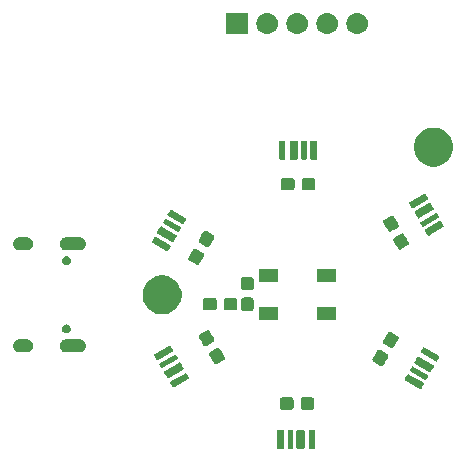
<source format=gbr>
%TF.GenerationSoftware,KiCad,Pcbnew,(5.1.4-0-10_14)*%
%TF.CreationDate,2019-11-29T01:48:41+08:00*%
%TF.ProjectId,z2m_partner,7a326d5f-7061-4727-946e-65722e6b6963,rev?*%
%TF.SameCoordinates,Original*%
%TF.FileFunction,Soldermask,Bot*%
%TF.FilePolarity,Negative*%
%FSLAX46Y46*%
G04 Gerber Fmt 4.6, Leading zero omitted, Abs format (unit mm)*
G04 Created by KiCad (PCBNEW (5.1.4-0-10_14)) date 2019-11-29 01:48:41*
%MOMM*%
%LPD*%
G04 APERTURE LIST*
%ADD10C,0.350000*%
G04 APERTURE END LIST*
D10*
G36*
X186020113Y-114321045D02*
G01*
X186034160Y-114325305D01*
X186047110Y-114332227D01*
X186058459Y-114341541D01*
X186067773Y-114352890D01*
X186074695Y-114365840D01*
X186078955Y-114379887D01*
X186081000Y-114400643D01*
X186081000Y-115839357D01*
X186078955Y-115860113D01*
X186074695Y-115874160D01*
X186067773Y-115887110D01*
X186058459Y-115898459D01*
X186047110Y-115907773D01*
X186034160Y-115914695D01*
X186020113Y-115918955D01*
X185999357Y-115921000D01*
X185610643Y-115921000D01*
X185589887Y-115918955D01*
X185575840Y-115914695D01*
X185562890Y-115907773D01*
X185551541Y-115898459D01*
X185542227Y-115887110D01*
X185535305Y-115874160D01*
X185531045Y-115860113D01*
X185529000Y-115839357D01*
X185529000Y-114400643D01*
X185531045Y-114379887D01*
X185535305Y-114365840D01*
X185542227Y-114352890D01*
X185551541Y-114341541D01*
X185562890Y-114332227D01*
X185575840Y-114325305D01*
X185589887Y-114321045D01*
X185610643Y-114319000D01*
X185999357Y-114319000D01*
X186020113Y-114321045D01*
X186020113Y-114321045D01*
G37*
G36*
X185089928Y-114321764D02*
G01*
X185111009Y-114328160D01*
X185130445Y-114338548D01*
X185147476Y-114352524D01*
X185161452Y-114369555D01*
X185171840Y-114388991D01*
X185178236Y-114410072D01*
X185181000Y-114438140D01*
X185181000Y-115801860D01*
X185178236Y-115829928D01*
X185171840Y-115851009D01*
X185161452Y-115870445D01*
X185147476Y-115887476D01*
X185130445Y-115901452D01*
X185111009Y-115911840D01*
X185089928Y-115918236D01*
X185061860Y-115921000D01*
X184598140Y-115921000D01*
X184570072Y-115918236D01*
X184548991Y-115911840D01*
X184529555Y-115901452D01*
X184512524Y-115887476D01*
X184498548Y-115870445D01*
X184488160Y-115851009D01*
X184481764Y-115829928D01*
X184479000Y-115801860D01*
X184479000Y-114438140D01*
X184481764Y-114410072D01*
X184488160Y-114388991D01*
X184498548Y-114369555D01*
X184512524Y-114352524D01*
X184529555Y-114338548D01*
X184548991Y-114328160D01*
X184570072Y-114321764D01*
X184598140Y-114319000D01*
X185061860Y-114319000D01*
X185089928Y-114321764D01*
X185089928Y-114321764D01*
G37*
G36*
X184140232Y-114320563D02*
G01*
X184149595Y-114323403D01*
X184158224Y-114328016D01*
X184165782Y-114334218D01*
X184171984Y-114341776D01*
X184176597Y-114350405D01*
X184179437Y-114359768D01*
X184181000Y-114375640D01*
X184181000Y-115864360D01*
X184179437Y-115880232D01*
X184176597Y-115889595D01*
X184171984Y-115898224D01*
X184165782Y-115905782D01*
X184158224Y-115911984D01*
X184149595Y-115916597D01*
X184140232Y-115919437D01*
X184124360Y-115921000D01*
X183785640Y-115921000D01*
X183769768Y-115919437D01*
X183760405Y-115916597D01*
X183751776Y-115911984D01*
X183744218Y-115905782D01*
X183738016Y-115898224D01*
X183733403Y-115889595D01*
X183730563Y-115880232D01*
X183729000Y-115864360D01*
X183729000Y-114375640D01*
X183730563Y-114359768D01*
X183733403Y-114350405D01*
X183738016Y-114341776D01*
X183744218Y-114334218D01*
X183751776Y-114328016D01*
X183760405Y-114323403D01*
X183769768Y-114320563D01*
X183785640Y-114319000D01*
X184124360Y-114319000D01*
X184140232Y-114320563D01*
X184140232Y-114320563D01*
G37*
G36*
X183360051Y-114321284D02*
G01*
X183376443Y-114326257D01*
X183391555Y-114334334D01*
X183404798Y-114345202D01*
X183415666Y-114358445D01*
X183423743Y-114373557D01*
X183428716Y-114389949D01*
X183431000Y-114413141D01*
X183431000Y-115826859D01*
X183428716Y-115850051D01*
X183423743Y-115866443D01*
X183415666Y-115881555D01*
X183404798Y-115894798D01*
X183391555Y-115905666D01*
X183376443Y-115913743D01*
X183360051Y-115918716D01*
X183336859Y-115921000D01*
X182923141Y-115921000D01*
X182899949Y-115918716D01*
X182883557Y-115913743D01*
X182868445Y-115905666D01*
X182855202Y-115894798D01*
X182844334Y-115881555D01*
X182836257Y-115866443D01*
X182831284Y-115850051D01*
X182829000Y-115826859D01*
X182829000Y-114413141D01*
X182831284Y-114389949D01*
X182836257Y-114373557D01*
X182844334Y-114358445D01*
X182855202Y-114345202D01*
X182868445Y-114334334D01*
X182883557Y-114326257D01*
X182899949Y-114321284D01*
X182923141Y-114319000D01*
X183336859Y-114319000D01*
X183360051Y-114321284D01*
X183360051Y-114321284D01*
G37*
G36*
X185819499Y-111558445D02*
G01*
X185856995Y-111569820D01*
X185891554Y-111588292D01*
X185921847Y-111613153D01*
X185946708Y-111643446D01*
X185965180Y-111678005D01*
X185976555Y-111715501D01*
X185981000Y-111760638D01*
X185981000Y-112399362D01*
X185976555Y-112444499D01*
X185965180Y-112481995D01*
X185946708Y-112516554D01*
X185921847Y-112546847D01*
X185891554Y-112571708D01*
X185856995Y-112590180D01*
X185819499Y-112601555D01*
X185774362Y-112606000D01*
X185035638Y-112606000D01*
X184990501Y-112601555D01*
X184953005Y-112590180D01*
X184918446Y-112571708D01*
X184888153Y-112546847D01*
X184863292Y-112516554D01*
X184844820Y-112481995D01*
X184833445Y-112444499D01*
X184829000Y-112399362D01*
X184829000Y-111760638D01*
X184833445Y-111715501D01*
X184844820Y-111678005D01*
X184863292Y-111643446D01*
X184888153Y-111613153D01*
X184918446Y-111588292D01*
X184953005Y-111569820D01*
X184990501Y-111558445D01*
X185035638Y-111554000D01*
X185774362Y-111554000D01*
X185819499Y-111558445D01*
X185819499Y-111558445D01*
G37*
G36*
X184069499Y-111558445D02*
G01*
X184106995Y-111569820D01*
X184141554Y-111588292D01*
X184171847Y-111613153D01*
X184196708Y-111643446D01*
X184215180Y-111678005D01*
X184226555Y-111715501D01*
X184231000Y-111760638D01*
X184231000Y-112399362D01*
X184226555Y-112444499D01*
X184215180Y-112481995D01*
X184196708Y-112516554D01*
X184171847Y-112546847D01*
X184141554Y-112571708D01*
X184106995Y-112590180D01*
X184069499Y-112601555D01*
X184024362Y-112606000D01*
X183285638Y-112606000D01*
X183240501Y-112601555D01*
X183203005Y-112590180D01*
X183168446Y-112571708D01*
X183138153Y-112546847D01*
X183113292Y-112516554D01*
X183094820Y-112481995D01*
X183083445Y-112444499D01*
X183079000Y-112399362D01*
X183079000Y-111760638D01*
X183083445Y-111715501D01*
X183094820Y-111678005D01*
X183113292Y-111643446D01*
X183138153Y-111613153D01*
X183168446Y-111588292D01*
X183203005Y-111569820D01*
X183240501Y-111558445D01*
X183285638Y-111554000D01*
X184024362Y-111554000D01*
X184069499Y-111558445D01*
X184069499Y-111558445D01*
G37*
G36*
X193950913Y-109599825D02*
G01*
X193967596Y-109603715D01*
X193988825Y-109613334D01*
X194037630Y-109641511D01*
X194037631Y-109641512D01*
X195164331Y-110292012D01*
X195164334Y-110292014D01*
X195213136Y-110320190D01*
X195232083Y-110333767D01*
X195243792Y-110346269D01*
X195252838Y-110360816D01*
X195258875Y-110376856D01*
X195261665Y-110393757D01*
X195261105Y-110410881D01*
X195257215Y-110427563D01*
X195247596Y-110448791D01*
X195219423Y-110497589D01*
X195219418Y-110497599D01*
X195068918Y-110758273D01*
X195068912Y-110758281D01*
X195040737Y-110807082D01*
X195027165Y-110826021D01*
X195014660Y-110837734D01*
X195000110Y-110846781D01*
X194984074Y-110852817D01*
X194967173Y-110855607D01*
X194950049Y-110855047D01*
X194933366Y-110851157D01*
X194912137Y-110841538D01*
X194809454Y-110782254D01*
X193736631Y-110162860D01*
X193736628Y-110162858D01*
X193687826Y-110134682D01*
X193668879Y-110121105D01*
X193657170Y-110108603D01*
X193648124Y-110094056D01*
X193642087Y-110078016D01*
X193639297Y-110061115D01*
X193639857Y-110043991D01*
X193643747Y-110027309D01*
X193653366Y-110006081D01*
X193681539Y-109957283D01*
X193681544Y-109957273D01*
X193832044Y-109696599D01*
X193832050Y-109696591D01*
X193860225Y-109647790D01*
X193873797Y-109628851D01*
X193886302Y-109617138D01*
X193900852Y-109608091D01*
X193916888Y-109602055D01*
X193933789Y-109599265D01*
X193950913Y-109599825D01*
X193950913Y-109599825D01*
G37*
G36*
X175134454Y-109500451D02*
G01*
X175148193Y-109505622D01*
X175160664Y-109513376D01*
X175171381Y-109523414D01*
X175183524Y-109540359D01*
X175211701Y-109589164D01*
X175211706Y-109589170D01*
X175314258Y-109766796D01*
X175377883Y-109876998D01*
X175386491Y-109895997D01*
X175389825Y-109910296D01*
X175390305Y-109924968D01*
X175387913Y-109939454D01*
X175382742Y-109953193D01*
X175374988Y-109965664D01*
X175364950Y-109976381D01*
X175348005Y-109988524D01*
X175299201Y-110016701D01*
X175299194Y-110016706D01*
X174168215Y-110669677D01*
X174102040Y-110707883D01*
X174083041Y-110716491D01*
X174068742Y-110719825D01*
X174054070Y-110720305D01*
X174039584Y-110717913D01*
X174025845Y-110712742D01*
X174013374Y-110704988D01*
X174002657Y-110694950D01*
X173990514Y-110678005D01*
X173962337Y-110629200D01*
X173962332Y-110629194D01*
X173824332Y-110390170D01*
X173796155Y-110341366D01*
X173787547Y-110322367D01*
X173784213Y-110308068D01*
X173783733Y-110293396D01*
X173786125Y-110278910D01*
X173791296Y-110265171D01*
X173799050Y-110252700D01*
X173809088Y-110241983D01*
X173826033Y-110229840D01*
X173874837Y-110201663D01*
X173874844Y-110201658D01*
X175023194Y-109538658D01*
X175071998Y-109510481D01*
X175090997Y-109501873D01*
X175105296Y-109498539D01*
X175119968Y-109498059D01*
X175134454Y-109500451D01*
X175134454Y-109500451D01*
G37*
G36*
X194307292Y-108936259D02*
G01*
X194316817Y-108938480D01*
X194331349Y-108945064D01*
X195620617Y-109689424D01*
X195633582Y-109698714D01*
X195640265Y-109705850D01*
X195645433Y-109714162D01*
X195648877Y-109723311D01*
X195650471Y-109732969D01*
X195650152Y-109742740D01*
X195647930Y-109752265D01*
X195641346Y-109766796D01*
X195613168Y-109815603D01*
X195613167Y-109815604D01*
X195571978Y-109886946D01*
X195471988Y-110060134D01*
X195462694Y-110073103D01*
X195455561Y-110079784D01*
X195447249Y-110084952D01*
X195438100Y-110088396D01*
X195428442Y-110089990D01*
X195418670Y-110089671D01*
X195409145Y-110087450D01*
X195394613Y-110080866D01*
X194105345Y-109336506D01*
X194092380Y-109327216D01*
X194085697Y-109320080D01*
X194080529Y-109311768D01*
X194077085Y-109302619D01*
X194075491Y-109292961D01*
X194075810Y-109283190D01*
X194078032Y-109273665D01*
X194084616Y-109259134D01*
X194253974Y-108965796D01*
X194263268Y-108952827D01*
X194270401Y-108946146D01*
X194278713Y-108940978D01*
X194287862Y-108937534D01*
X194297520Y-108935940D01*
X194307292Y-108936259D01*
X194307292Y-108936259D01*
G37*
G36*
X174605431Y-108606128D02*
G01*
X174626058Y-108613891D01*
X174644764Y-108625523D01*
X174660848Y-108640588D01*
X174677275Y-108663511D01*
X174909132Y-109065099D01*
X174920775Y-109090797D01*
X174925778Y-109112251D01*
X174926498Y-109134274D01*
X174922910Y-109156009D01*
X174915147Y-109176636D01*
X174903515Y-109195342D01*
X174888450Y-109211426D01*
X174865527Y-109227853D01*
X173684517Y-109909710D01*
X173658819Y-109921353D01*
X173637365Y-109926356D01*
X173615342Y-109927076D01*
X173593607Y-109923488D01*
X173572980Y-109915725D01*
X173554274Y-109904093D01*
X173538190Y-109889028D01*
X173521763Y-109866105D01*
X173289906Y-109464517D01*
X173278263Y-109438819D01*
X173273260Y-109417365D01*
X173272540Y-109395342D01*
X173276128Y-109373607D01*
X173283891Y-109352980D01*
X173295523Y-109334274D01*
X173310588Y-109318190D01*
X173333511Y-109301763D01*
X174514521Y-108619906D01*
X174540219Y-108608263D01*
X174561673Y-108603260D01*
X174583696Y-108602540D01*
X174605431Y-108606128D01*
X174605431Y-108606128D01*
G37*
G36*
X194838327Y-108093644D02*
G01*
X194859781Y-108098647D01*
X194885479Y-108110290D01*
X196066489Y-108792147D01*
X196089412Y-108808574D01*
X196104477Y-108824658D01*
X196116109Y-108843364D01*
X196123872Y-108863991D01*
X196127460Y-108885726D01*
X196126740Y-108907749D01*
X196121737Y-108929203D01*
X196110094Y-108954901D01*
X195878237Y-109356489D01*
X195861810Y-109379412D01*
X195845726Y-109394477D01*
X195827020Y-109406109D01*
X195806393Y-109413872D01*
X195784658Y-109417460D01*
X195762635Y-109416740D01*
X195741181Y-109411737D01*
X195715483Y-109400094D01*
X194534473Y-108718237D01*
X194511550Y-108701810D01*
X194496485Y-108685726D01*
X194484853Y-108667020D01*
X194477090Y-108646393D01*
X194473502Y-108624658D01*
X194474222Y-108602635D01*
X194479225Y-108581181D01*
X194490868Y-108555483D01*
X194722725Y-108153895D01*
X194739152Y-108130972D01*
X194755236Y-108115907D01*
X194773942Y-108104275D01*
X194794569Y-108096512D01*
X194816304Y-108092924D01*
X194838327Y-108093644D01*
X194838327Y-108093644D01*
G37*
G36*
X174237138Y-107931604D02*
G01*
X174246287Y-107935048D01*
X174254599Y-107940216D01*
X174261732Y-107946897D01*
X174271026Y-107959866D01*
X174440383Y-108253201D01*
X174446969Y-108267737D01*
X174449190Y-108277259D01*
X174449509Y-108287031D01*
X174447915Y-108296689D01*
X174444471Y-108305838D01*
X174439303Y-108314150D01*
X174432620Y-108321286D01*
X174419655Y-108330576D01*
X173130392Y-109074933D01*
X173115853Y-109081520D01*
X173106329Y-109083741D01*
X173096558Y-109084060D01*
X173086900Y-109082466D01*
X173077751Y-109079022D01*
X173069439Y-109073854D01*
X173062306Y-109067173D01*
X173053012Y-109054204D01*
X172883655Y-108760869D01*
X172877069Y-108746333D01*
X172874848Y-108736811D01*
X172874529Y-108727039D01*
X172876123Y-108717381D01*
X172879567Y-108708232D01*
X172884735Y-108699920D01*
X172891418Y-108692784D01*
X172904383Y-108683494D01*
X174193646Y-107939137D01*
X174208185Y-107932550D01*
X174217709Y-107930329D01*
X174227480Y-107930010D01*
X174237138Y-107931604D01*
X174237138Y-107931604D01*
G37*
G36*
X191518450Y-107513644D02*
G01*
X191556614Y-107522542D01*
X191597927Y-107541261D01*
X192151074Y-107860621D01*
X192187940Y-107887039D01*
X192214729Y-107915641D01*
X192235421Y-107948917D01*
X192249226Y-107985595D01*
X192255608Y-108024253D01*
X192254326Y-108063420D01*
X192245428Y-108101584D01*
X192226707Y-108142901D01*
X192198532Y-108191702D01*
X192198530Y-108191706D01*
X192083380Y-108391152D01*
X191857352Y-108782645D01*
X191830932Y-108819513D01*
X191802327Y-108846305D01*
X191769055Y-108866995D01*
X191732380Y-108880798D01*
X191693713Y-108887182D01*
X191654550Y-108885900D01*
X191616386Y-108877002D01*
X191575073Y-108858283D01*
X191021926Y-108538923D01*
X190985060Y-108512505D01*
X190958271Y-108483903D01*
X190937579Y-108450627D01*
X190923774Y-108413949D01*
X190917392Y-108375291D01*
X190918674Y-108336124D01*
X190927572Y-108297960D01*
X190946293Y-108256643D01*
X190976458Y-108204396D01*
X191128982Y-107940216D01*
X191315648Y-107616899D01*
X191342068Y-107580031D01*
X191370673Y-107553239D01*
X191403945Y-107532549D01*
X191440620Y-107518746D01*
X191479287Y-107512362D01*
X191518450Y-107513644D01*
X191518450Y-107513644D01*
G37*
G36*
X177889375Y-107391744D02*
G01*
X177926053Y-107405549D01*
X177959329Y-107426241D01*
X177987931Y-107453030D01*
X178014353Y-107489901D01*
X178167309Y-107754829D01*
X178345474Y-108063420D01*
X178383707Y-108129643D01*
X178402428Y-108170960D01*
X178411326Y-108209124D01*
X178412608Y-108248287D01*
X178406224Y-108286954D01*
X178392421Y-108323629D01*
X178371731Y-108356901D01*
X178344942Y-108385503D01*
X178308069Y-108411926D01*
X177754927Y-108731283D01*
X177713614Y-108750002D01*
X177675450Y-108758900D01*
X177636283Y-108760182D01*
X177597625Y-108753800D01*
X177560947Y-108739995D01*
X177527671Y-108719303D01*
X177499069Y-108692514D01*
X177472647Y-108655643D01*
X177236225Y-108246147D01*
X177131470Y-108064706D01*
X177131468Y-108064702D01*
X177103293Y-108015901D01*
X177084572Y-107974584D01*
X177075674Y-107936420D01*
X177074392Y-107897257D01*
X177080776Y-107858590D01*
X177094579Y-107821915D01*
X177115269Y-107788643D01*
X177142058Y-107760041D01*
X177178931Y-107733618D01*
X177732073Y-107414261D01*
X177773386Y-107395542D01*
X177811550Y-107386644D01*
X177850717Y-107385362D01*
X177889375Y-107391744D01*
X177889375Y-107391744D01*
G37*
G36*
X195269704Y-107300175D02*
G01*
X195284003Y-107303509D01*
X195303002Y-107312117D01*
X195351806Y-107340294D01*
X196500156Y-108003294D01*
X196500163Y-108003299D01*
X196548967Y-108031476D01*
X196565912Y-108043619D01*
X196575950Y-108054336D01*
X196583704Y-108066807D01*
X196588875Y-108080546D01*
X196591267Y-108095032D01*
X196590787Y-108109704D01*
X196587453Y-108124003D01*
X196578845Y-108143002D01*
X196550668Y-108191806D01*
X196412668Y-108430830D01*
X196412663Y-108430836D01*
X196384486Y-108479641D01*
X196372343Y-108496586D01*
X196361626Y-108506624D01*
X196349155Y-108514378D01*
X196335416Y-108519549D01*
X196320930Y-108521941D01*
X196306258Y-108521461D01*
X196291959Y-108518127D01*
X196272960Y-108509519D01*
X196206785Y-108471313D01*
X195075806Y-107818342D01*
X195075799Y-107818337D01*
X195026995Y-107790160D01*
X195010050Y-107778017D01*
X195000012Y-107767300D01*
X194992258Y-107754829D01*
X194987087Y-107741090D01*
X194984695Y-107726604D01*
X194985175Y-107711932D01*
X194988509Y-107697633D01*
X194997117Y-107678634D01*
X195032760Y-107616899D01*
X195163294Y-107390806D01*
X195163299Y-107390800D01*
X195191476Y-107341995D01*
X195203619Y-107325050D01*
X195214336Y-107315012D01*
X195226807Y-107307258D01*
X195240546Y-107302087D01*
X195255032Y-107299695D01*
X195269704Y-107300175D01*
X195269704Y-107300175D01*
G37*
G36*
X173783112Y-107167183D02*
G01*
X173799152Y-107173220D01*
X173813699Y-107182266D01*
X173826201Y-107193976D01*
X173839775Y-107212918D01*
X173867950Y-107261719D01*
X173867956Y-107261727D01*
X174018456Y-107522401D01*
X174018461Y-107522411D01*
X174046634Y-107571209D01*
X174056253Y-107592437D01*
X174060143Y-107609119D01*
X174060703Y-107626243D01*
X174057913Y-107643144D01*
X174051877Y-107659180D01*
X174042830Y-107673730D01*
X174031118Y-107686235D01*
X174012174Y-107699810D01*
X173963372Y-107727986D01*
X173963369Y-107727988D01*
X172893193Y-108345854D01*
X172787863Y-108406666D01*
X172766634Y-108416285D01*
X172749951Y-108420175D01*
X172732827Y-108420735D01*
X172715926Y-108417945D01*
X172699886Y-108411908D01*
X172685339Y-108402862D01*
X172672837Y-108391152D01*
X172659263Y-108372210D01*
X172631088Y-108323409D01*
X172631082Y-108323401D01*
X172480582Y-108062727D01*
X172480577Y-108062717D01*
X172452404Y-108013919D01*
X172442785Y-107992691D01*
X172438895Y-107976009D01*
X172438335Y-107958885D01*
X172441125Y-107941984D01*
X172447161Y-107925948D01*
X172456208Y-107911398D01*
X172467920Y-107898893D01*
X172486864Y-107885318D01*
X172535666Y-107857142D01*
X172535669Y-107857140D01*
X173662369Y-107206640D01*
X173662370Y-107206639D01*
X173711175Y-107178462D01*
X173732404Y-107168843D01*
X173749087Y-107164953D01*
X173766211Y-107164393D01*
X173783112Y-107167183D01*
X173783112Y-107167183D01*
G37*
G36*
X161758015Y-106646973D02*
G01*
X161861879Y-106678479D01*
X161889055Y-106693005D01*
X161957600Y-106729643D01*
X162041501Y-106798499D01*
X162110357Y-106882400D01*
X162146995Y-106950945D01*
X162161521Y-106978121D01*
X162193027Y-107081985D01*
X162203666Y-107190000D01*
X162193027Y-107298015D01*
X162161521Y-107401879D01*
X162153883Y-107416168D01*
X162110357Y-107497600D01*
X162041501Y-107581501D01*
X161957600Y-107650357D01*
X161904697Y-107678634D01*
X161861879Y-107701521D01*
X161758015Y-107733027D01*
X161677067Y-107741000D01*
X161022933Y-107741000D01*
X160941985Y-107733027D01*
X160838121Y-107701521D01*
X160795303Y-107678634D01*
X160742400Y-107650357D01*
X160658499Y-107581501D01*
X160589643Y-107497600D01*
X160546117Y-107416168D01*
X160538479Y-107401879D01*
X160506973Y-107298015D01*
X160496334Y-107190000D01*
X160506973Y-107081985D01*
X160538479Y-106978121D01*
X160553005Y-106950945D01*
X160589643Y-106882400D01*
X160658499Y-106798499D01*
X160742400Y-106729643D01*
X160810945Y-106693005D01*
X160838121Y-106678479D01*
X160941985Y-106646973D01*
X161022933Y-106639000D01*
X161677067Y-106639000D01*
X161758015Y-106646973D01*
X161758015Y-106646973D01*
G37*
G36*
X166188015Y-106646973D02*
G01*
X166291879Y-106678479D01*
X166319055Y-106693005D01*
X166387600Y-106729643D01*
X166471501Y-106798499D01*
X166540357Y-106882400D01*
X166576995Y-106950945D01*
X166591521Y-106978121D01*
X166623027Y-107081985D01*
X166633666Y-107190000D01*
X166623027Y-107298015D01*
X166591521Y-107401879D01*
X166583883Y-107416168D01*
X166540357Y-107497600D01*
X166471501Y-107581501D01*
X166387600Y-107650357D01*
X166334697Y-107678634D01*
X166291879Y-107701521D01*
X166188015Y-107733027D01*
X166107067Y-107741000D01*
X164952933Y-107741000D01*
X164871985Y-107733027D01*
X164768121Y-107701521D01*
X164725303Y-107678634D01*
X164672400Y-107650357D01*
X164588499Y-107581501D01*
X164519643Y-107497600D01*
X164476117Y-107416168D01*
X164468479Y-107401879D01*
X164436973Y-107298015D01*
X164426334Y-107190000D01*
X164436973Y-107081985D01*
X164468479Y-106978121D01*
X164483005Y-106950945D01*
X164519643Y-106882400D01*
X164588499Y-106798499D01*
X164672400Y-106729643D01*
X164740945Y-106693005D01*
X164768121Y-106678479D01*
X164871985Y-106646973D01*
X164952933Y-106639000D01*
X166107067Y-106639000D01*
X166188015Y-106646973D01*
X166188015Y-106646973D01*
G37*
G36*
X192393450Y-105998100D02*
G01*
X192431614Y-106006998D01*
X192472927Y-106025717D01*
X193026074Y-106345077D01*
X193062940Y-106371495D01*
X193089729Y-106400097D01*
X193110421Y-106433373D01*
X193124226Y-106470051D01*
X193130608Y-106508709D01*
X193129326Y-106547876D01*
X193120428Y-106586040D01*
X193101707Y-106627357D01*
X193073532Y-106676158D01*
X193073530Y-106676162D01*
X192990150Y-106820580D01*
X192732352Y-107267101D01*
X192705932Y-107303969D01*
X192677327Y-107330761D01*
X192644055Y-107351451D01*
X192607380Y-107365254D01*
X192568713Y-107371638D01*
X192529550Y-107370356D01*
X192491386Y-107361458D01*
X192450073Y-107342739D01*
X191896926Y-107023379D01*
X191860060Y-106996961D01*
X191833271Y-106968359D01*
X191812579Y-106935083D01*
X191798774Y-106898405D01*
X191792392Y-106859747D01*
X191793674Y-106820580D01*
X191802572Y-106782416D01*
X191821293Y-106741099D01*
X191857447Y-106678479D01*
X192051108Y-106343046D01*
X192190648Y-106101355D01*
X192217068Y-106064487D01*
X192245673Y-106037695D01*
X192278945Y-106017005D01*
X192315620Y-106003202D01*
X192354287Y-105996818D01*
X192393450Y-105998100D01*
X192393450Y-105998100D01*
G37*
G36*
X177014375Y-105876200D02*
G01*
X177051053Y-105890005D01*
X177084329Y-105910697D01*
X177112931Y-105937486D01*
X177139353Y-105974357D01*
X177281133Y-106219928D01*
X177470474Y-106547876D01*
X177508707Y-106614099D01*
X177527428Y-106655416D01*
X177536326Y-106693580D01*
X177537608Y-106732743D01*
X177531224Y-106771410D01*
X177517421Y-106808085D01*
X177496731Y-106841357D01*
X177469942Y-106869959D01*
X177433069Y-106896382D01*
X176879927Y-107215739D01*
X176838614Y-107234458D01*
X176800450Y-107243356D01*
X176761283Y-107244638D01*
X176722625Y-107238256D01*
X176685947Y-107224451D01*
X176652671Y-107203759D01*
X176624069Y-107176970D01*
X176597647Y-107140099D01*
X176360671Y-106729643D01*
X176256470Y-106549162D01*
X176256468Y-106549158D01*
X176228293Y-106500357D01*
X176209572Y-106459040D01*
X176200674Y-106420876D01*
X176199392Y-106381713D01*
X176205776Y-106343046D01*
X176219579Y-106306371D01*
X176240269Y-106273099D01*
X176267058Y-106244497D01*
X176303931Y-106218074D01*
X176857073Y-105898717D01*
X176898386Y-105879998D01*
X176936550Y-105871100D01*
X176975717Y-105869818D01*
X177014375Y-105876200D01*
X177014375Y-105876200D01*
G37*
G36*
X165109672Y-105398449D02*
G01*
X165109674Y-105398450D01*
X165109675Y-105398450D01*
X165178103Y-105426793D01*
X165239686Y-105467942D01*
X165292058Y-105520314D01*
X165333207Y-105581897D01*
X165361550Y-105650325D01*
X165376000Y-105722967D01*
X165376000Y-105797033D01*
X165361550Y-105869675D01*
X165333207Y-105938103D01*
X165292058Y-105999686D01*
X165239686Y-106052058D01*
X165178103Y-106093207D01*
X165109675Y-106121550D01*
X165109674Y-106121550D01*
X165109672Y-106121551D01*
X165037034Y-106136000D01*
X164962966Y-106136000D01*
X164890328Y-106121551D01*
X164890326Y-106121550D01*
X164890325Y-106121550D01*
X164821897Y-106093207D01*
X164760314Y-106052058D01*
X164707942Y-105999686D01*
X164666793Y-105938103D01*
X164638450Y-105869675D01*
X164624000Y-105797033D01*
X164624000Y-105722967D01*
X164638450Y-105650325D01*
X164666793Y-105581897D01*
X164707942Y-105520314D01*
X164760314Y-105467942D01*
X164821897Y-105426793D01*
X164890325Y-105398450D01*
X164890326Y-105398450D01*
X164890328Y-105398449D01*
X164962966Y-105384000D01*
X165037034Y-105384000D01*
X165109672Y-105398449D01*
X165109672Y-105398449D01*
G37*
G36*
X182901000Y-105021000D02*
G01*
X181299000Y-105021000D01*
X181299000Y-103919000D01*
X182901000Y-103919000D01*
X182901000Y-105021000D01*
X182901000Y-105021000D01*
G37*
G36*
X187801000Y-105021000D02*
G01*
X186199000Y-105021000D01*
X186199000Y-103919000D01*
X187801000Y-103919000D01*
X187801000Y-105021000D01*
X187801000Y-105021000D01*
G37*
G36*
X173475256Y-101271298D02*
G01*
X173581579Y-101292447D01*
X173882042Y-101416903D01*
X174152451Y-101597585D01*
X174382415Y-101827549D01*
X174563097Y-102097958D01*
X174663147Y-102339499D01*
X174687553Y-102398422D01*
X174751000Y-102717389D01*
X174751000Y-103042611D01*
X174735801Y-103119020D01*
X174687553Y-103361579D01*
X174563097Y-103662042D01*
X174382415Y-103932451D01*
X174152451Y-104162415D01*
X173882042Y-104343097D01*
X173581579Y-104467553D01*
X173475256Y-104488702D01*
X173262611Y-104531000D01*
X172937389Y-104531000D01*
X172724744Y-104488702D01*
X172618421Y-104467553D01*
X172317958Y-104343097D01*
X172047549Y-104162415D01*
X171817585Y-103932451D01*
X171636903Y-103662042D01*
X171512447Y-103361579D01*
X171464199Y-103119020D01*
X171449000Y-103042611D01*
X171449000Y-102717389D01*
X171512447Y-102398422D01*
X171536854Y-102339499D01*
X171636903Y-102097958D01*
X171817585Y-101827549D01*
X172047549Y-101597585D01*
X172317958Y-101416903D01*
X172618421Y-101292447D01*
X172724744Y-101271298D01*
X172937389Y-101229000D01*
X173262611Y-101229000D01*
X173475256Y-101271298D01*
X173475256Y-101271298D01*
G37*
G36*
X180684499Y-103103445D02*
G01*
X180721995Y-103114820D01*
X180756554Y-103133292D01*
X180786847Y-103158153D01*
X180811708Y-103188446D01*
X180830180Y-103223005D01*
X180841555Y-103260501D01*
X180846000Y-103305638D01*
X180846000Y-104044362D01*
X180841555Y-104089499D01*
X180830180Y-104126995D01*
X180811708Y-104161554D01*
X180786847Y-104191847D01*
X180756554Y-104216708D01*
X180721995Y-104235180D01*
X180684499Y-104246555D01*
X180639362Y-104251000D01*
X180000638Y-104251000D01*
X179955501Y-104246555D01*
X179918005Y-104235180D01*
X179883446Y-104216708D01*
X179853153Y-104191847D01*
X179828292Y-104161554D01*
X179809820Y-104126995D01*
X179798445Y-104089499D01*
X179794000Y-104044362D01*
X179794000Y-103305638D01*
X179798445Y-103260501D01*
X179809820Y-103223005D01*
X179828292Y-103188446D01*
X179853153Y-103158153D01*
X179883446Y-103133292D01*
X179918005Y-103114820D01*
X179955501Y-103103445D01*
X180000638Y-103099000D01*
X180639362Y-103099000D01*
X180684499Y-103103445D01*
X180684499Y-103103445D01*
G37*
G36*
X177564499Y-103148445D02*
G01*
X177601995Y-103159820D01*
X177636554Y-103178292D01*
X177666847Y-103203153D01*
X177691708Y-103233446D01*
X177710180Y-103268005D01*
X177721555Y-103305501D01*
X177726000Y-103350638D01*
X177726000Y-103989362D01*
X177721555Y-104034499D01*
X177710180Y-104071995D01*
X177691708Y-104106554D01*
X177666847Y-104136847D01*
X177636554Y-104161708D01*
X177601995Y-104180180D01*
X177564499Y-104191555D01*
X177519362Y-104196000D01*
X176780638Y-104196000D01*
X176735501Y-104191555D01*
X176698005Y-104180180D01*
X176663446Y-104161708D01*
X176633153Y-104136847D01*
X176608292Y-104106554D01*
X176589820Y-104071995D01*
X176578445Y-104034499D01*
X176574000Y-103989362D01*
X176574000Y-103350638D01*
X176578445Y-103305501D01*
X176589820Y-103268005D01*
X176608292Y-103233446D01*
X176633153Y-103203153D01*
X176663446Y-103178292D01*
X176698005Y-103159820D01*
X176735501Y-103148445D01*
X176780638Y-103144000D01*
X177519362Y-103144000D01*
X177564499Y-103148445D01*
X177564499Y-103148445D01*
G37*
G36*
X179314499Y-103148445D02*
G01*
X179351995Y-103159820D01*
X179386554Y-103178292D01*
X179416847Y-103203153D01*
X179441708Y-103233446D01*
X179460180Y-103268005D01*
X179471555Y-103305501D01*
X179476000Y-103350638D01*
X179476000Y-103989362D01*
X179471555Y-104034499D01*
X179460180Y-104071995D01*
X179441708Y-104106554D01*
X179416847Y-104136847D01*
X179386554Y-104161708D01*
X179351995Y-104180180D01*
X179314499Y-104191555D01*
X179269362Y-104196000D01*
X178530638Y-104196000D01*
X178485501Y-104191555D01*
X178448005Y-104180180D01*
X178413446Y-104161708D01*
X178383153Y-104136847D01*
X178358292Y-104106554D01*
X178339820Y-104071995D01*
X178328445Y-104034499D01*
X178324000Y-103989362D01*
X178324000Y-103350638D01*
X178328445Y-103305501D01*
X178339820Y-103268005D01*
X178358292Y-103233446D01*
X178383153Y-103203153D01*
X178413446Y-103178292D01*
X178448005Y-103159820D01*
X178485501Y-103148445D01*
X178530638Y-103144000D01*
X179269362Y-103144000D01*
X179314499Y-103148445D01*
X179314499Y-103148445D01*
G37*
G36*
X180684499Y-101353445D02*
G01*
X180721995Y-101364820D01*
X180756554Y-101383292D01*
X180786847Y-101408153D01*
X180811708Y-101438446D01*
X180830180Y-101473005D01*
X180841555Y-101510501D01*
X180846000Y-101555638D01*
X180846000Y-102294362D01*
X180841555Y-102339499D01*
X180830180Y-102376995D01*
X180811708Y-102411554D01*
X180786847Y-102441847D01*
X180756554Y-102466708D01*
X180721995Y-102485180D01*
X180684499Y-102496555D01*
X180639362Y-102501000D01*
X180000638Y-102501000D01*
X179955501Y-102496555D01*
X179918005Y-102485180D01*
X179883446Y-102466708D01*
X179853153Y-102441847D01*
X179828292Y-102411554D01*
X179809820Y-102376995D01*
X179798445Y-102339499D01*
X179794000Y-102294362D01*
X179794000Y-101555638D01*
X179798445Y-101510501D01*
X179809820Y-101473005D01*
X179828292Y-101438446D01*
X179853153Y-101408153D01*
X179883446Y-101383292D01*
X179918005Y-101364820D01*
X179955501Y-101353445D01*
X180000638Y-101349000D01*
X180639362Y-101349000D01*
X180684499Y-101353445D01*
X180684499Y-101353445D01*
G37*
G36*
X187801000Y-101821000D02*
G01*
X186199000Y-101821000D01*
X186199000Y-100719000D01*
X187801000Y-100719000D01*
X187801000Y-101821000D01*
X187801000Y-101821000D01*
G37*
G36*
X182901000Y-101821000D02*
G01*
X181299000Y-101821000D01*
X181299000Y-100719000D01*
X182901000Y-100719000D01*
X182901000Y-101821000D01*
X182901000Y-101821000D01*
G37*
G36*
X165109672Y-99618449D02*
G01*
X165109674Y-99618450D01*
X165109675Y-99618450D01*
X165178103Y-99646793D01*
X165239686Y-99687942D01*
X165292058Y-99740314D01*
X165333207Y-99801897D01*
X165361550Y-99870325D01*
X165376000Y-99942967D01*
X165376000Y-100017033D01*
X165361550Y-100089675D01*
X165333207Y-100158103D01*
X165292058Y-100219686D01*
X165239686Y-100272058D01*
X165178103Y-100313207D01*
X165109675Y-100341550D01*
X165109674Y-100341550D01*
X165109672Y-100341551D01*
X165037034Y-100356000D01*
X164962966Y-100356000D01*
X164890328Y-100341551D01*
X164890326Y-100341550D01*
X164890325Y-100341550D01*
X164821897Y-100313207D01*
X164760314Y-100272058D01*
X164707942Y-100219686D01*
X164666793Y-100158103D01*
X164638450Y-100089675D01*
X164624000Y-100017033D01*
X164624000Y-99942967D01*
X164638450Y-99870325D01*
X164666793Y-99801897D01*
X164707942Y-99740314D01*
X164760314Y-99687942D01*
X164821897Y-99646793D01*
X164890325Y-99618450D01*
X164890326Y-99618450D01*
X164890328Y-99618449D01*
X164962966Y-99604000D01*
X165037034Y-99604000D01*
X165109672Y-99618449D01*
X165109672Y-99618449D01*
G37*
G36*
X175924450Y-98961644D02*
G01*
X175962614Y-98970542D01*
X176003927Y-98989261D01*
X176557074Y-99308621D01*
X176593940Y-99335039D01*
X176620729Y-99363641D01*
X176641421Y-99396917D01*
X176655226Y-99433595D01*
X176661608Y-99472253D01*
X176660326Y-99511420D01*
X176651428Y-99549584D01*
X176632707Y-99590901D01*
X176604532Y-99639702D01*
X176604530Y-99639706D01*
X176546444Y-99740314D01*
X176263352Y-100230645D01*
X176236932Y-100267513D01*
X176208327Y-100294305D01*
X176175055Y-100314995D01*
X176138380Y-100328798D01*
X176099713Y-100335182D01*
X176060550Y-100333900D01*
X176022386Y-100325002D01*
X175981073Y-100306283D01*
X175427926Y-99986923D01*
X175391060Y-99960505D01*
X175364271Y-99931903D01*
X175343579Y-99898627D01*
X175329774Y-99861949D01*
X175323392Y-99823291D01*
X175324674Y-99784124D01*
X175333572Y-99745960D01*
X175352293Y-99704643D01*
X175385693Y-99646793D01*
X175580936Y-99308621D01*
X175721648Y-99064899D01*
X175748068Y-99028031D01*
X175776673Y-99001239D01*
X175809945Y-98980549D01*
X175846620Y-98966746D01*
X175885287Y-98960362D01*
X175924450Y-98961644D01*
X175924450Y-98961644D01*
G37*
G36*
X172503742Y-97978539D02*
G01*
X172518041Y-97981873D01*
X172537040Y-97990481D01*
X172585844Y-98018658D01*
X173734194Y-98681658D01*
X173734201Y-98681663D01*
X173783005Y-98709840D01*
X173799950Y-98721983D01*
X173809988Y-98732700D01*
X173817742Y-98745171D01*
X173822913Y-98758910D01*
X173825305Y-98773396D01*
X173824825Y-98788068D01*
X173821491Y-98802367D01*
X173812883Y-98821366D01*
X173784706Y-98870170D01*
X173646706Y-99109194D01*
X173646701Y-99109200D01*
X173618524Y-99158005D01*
X173606381Y-99174950D01*
X173595664Y-99184988D01*
X173583193Y-99192742D01*
X173569454Y-99197913D01*
X173554968Y-99200305D01*
X173540296Y-99199825D01*
X173525997Y-99196491D01*
X173506998Y-99187883D01*
X173440823Y-99149677D01*
X172309844Y-98496706D01*
X172309837Y-98496701D01*
X172261033Y-98468524D01*
X172244088Y-98456381D01*
X172234050Y-98445664D01*
X172226296Y-98433193D01*
X172221125Y-98419454D01*
X172218733Y-98404968D01*
X172219213Y-98390296D01*
X172222547Y-98375997D01*
X172231155Y-98356998D01*
X172309431Y-98221420D01*
X172397332Y-98069170D01*
X172397337Y-98069164D01*
X172425514Y-98020359D01*
X172437657Y-98003414D01*
X172448374Y-97993376D01*
X172460845Y-97985622D01*
X172474584Y-97980451D01*
X172489070Y-97978059D01*
X172503742Y-97978539D01*
X172503742Y-97978539D01*
G37*
G36*
X166188015Y-98006973D02*
G01*
X166291879Y-98038479D01*
X166304155Y-98045041D01*
X166387600Y-98089643D01*
X166471501Y-98158499D01*
X166540357Y-98242400D01*
X166554350Y-98268580D01*
X166591521Y-98338121D01*
X166623027Y-98441985D01*
X166633666Y-98550000D01*
X166623027Y-98658015D01*
X166591521Y-98761879D01*
X166586821Y-98770672D01*
X166540357Y-98857600D01*
X166471501Y-98941501D01*
X166387600Y-99010357D01*
X166319055Y-99046995D01*
X166291879Y-99061521D01*
X166188015Y-99093027D01*
X166107067Y-99101000D01*
X164952933Y-99101000D01*
X164871985Y-99093027D01*
X164768121Y-99061521D01*
X164740945Y-99046995D01*
X164672400Y-99010357D01*
X164588499Y-98941501D01*
X164519643Y-98857600D01*
X164473179Y-98770672D01*
X164468479Y-98761879D01*
X164436973Y-98658015D01*
X164426334Y-98550000D01*
X164436973Y-98441985D01*
X164468479Y-98338121D01*
X164505650Y-98268580D01*
X164519643Y-98242400D01*
X164588499Y-98158499D01*
X164672400Y-98089643D01*
X164755845Y-98045041D01*
X164768121Y-98038479D01*
X164871985Y-98006973D01*
X164952933Y-97999000D01*
X166107067Y-97999000D01*
X166188015Y-98006973D01*
X166188015Y-98006973D01*
G37*
G36*
X161758015Y-98006973D02*
G01*
X161861879Y-98038479D01*
X161874155Y-98045041D01*
X161957600Y-98089643D01*
X162041501Y-98158499D01*
X162110357Y-98242400D01*
X162124350Y-98268580D01*
X162161521Y-98338121D01*
X162193027Y-98441985D01*
X162203666Y-98550000D01*
X162193027Y-98658015D01*
X162161521Y-98761879D01*
X162156821Y-98770672D01*
X162110357Y-98857600D01*
X162041501Y-98941501D01*
X161957600Y-99010357D01*
X161889055Y-99046995D01*
X161861879Y-99061521D01*
X161758015Y-99093027D01*
X161677067Y-99101000D01*
X161022933Y-99101000D01*
X160941985Y-99093027D01*
X160838121Y-99061521D01*
X160810945Y-99046995D01*
X160742400Y-99010357D01*
X160658499Y-98941501D01*
X160589643Y-98857600D01*
X160543179Y-98770672D01*
X160538479Y-98761879D01*
X160506973Y-98658015D01*
X160496334Y-98550000D01*
X160506973Y-98441985D01*
X160538479Y-98338121D01*
X160575650Y-98268580D01*
X160589643Y-98242400D01*
X160658499Y-98158499D01*
X160742400Y-98089643D01*
X160825845Y-98045041D01*
X160838121Y-98038479D01*
X160941985Y-98006973D01*
X161022933Y-97999000D01*
X161677067Y-97999000D01*
X161758015Y-98006973D01*
X161758015Y-98006973D01*
G37*
G36*
X193493375Y-97676744D02*
G01*
X193530053Y-97690549D01*
X193563329Y-97711241D01*
X193591931Y-97738030D01*
X193618353Y-97774901D01*
X193759086Y-98018658D01*
X193957044Y-98361532D01*
X193987707Y-98414643D01*
X194006428Y-98455960D01*
X194015326Y-98494124D01*
X194016608Y-98533287D01*
X194010224Y-98571954D01*
X193996421Y-98608629D01*
X193975731Y-98641901D01*
X193948942Y-98670503D01*
X193912069Y-98696926D01*
X193358927Y-99016283D01*
X193317614Y-99035002D01*
X193279450Y-99043900D01*
X193240283Y-99045182D01*
X193201625Y-99038800D01*
X193164947Y-99024995D01*
X193131671Y-99004303D01*
X193103069Y-98977514D01*
X193076647Y-98940643D01*
X192841461Y-98533287D01*
X192735470Y-98349706D01*
X192735468Y-98349702D01*
X192707293Y-98300901D01*
X192688572Y-98259584D01*
X192679674Y-98221420D01*
X192678392Y-98182257D01*
X192684776Y-98143590D01*
X192698579Y-98106915D01*
X192719269Y-98073643D01*
X192746058Y-98045041D01*
X192782931Y-98018618D01*
X193336073Y-97699261D01*
X193377386Y-97680542D01*
X193415550Y-97671644D01*
X193454717Y-97670362D01*
X193493375Y-97676744D01*
X193493375Y-97676744D01*
G37*
G36*
X176799450Y-97446100D02*
G01*
X176837614Y-97454998D01*
X176878927Y-97473717D01*
X177432074Y-97793077D01*
X177468940Y-97819495D01*
X177495729Y-97848097D01*
X177516421Y-97881373D01*
X177530226Y-97918051D01*
X177536608Y-97956709D01*
X177535326Y-97995876D01*
X177526428Y-98034040D01*
X177507707Y-98075357D01*
X177479532Y-98124158D01*
X177479530Y-98124162D01*
X177423378Y-98221420D01*
X177138352Y-98715101D01*
X177111932Y-98751969D01*
X177083327Y-98778761D01*
X177050055Y-98799451D01*
X177013380Y-98813254D01*
X176974713Y-98819638D01*
X176935550Y-98818356D01*
X176897386Y-98809458D01*
X176856073Y-98790739D01*
X176302926Y-98471379D01*
X176266060Y-98444961D01*
X176239271Y-98416359D01*
X176218579Y-98383083D01*
X176204774Y-98346405D01*
X176198392Y-98307747D01*
X176199674Y-98268580D01*
X176208572Y-98230416D01*
X176227293Y-98189099D01*
X176274742Y-98106915D01*
X176424170Y-97848097D01*
X176596648Y-97549355D01*
X176623068Y-97512487D01*
X176651673Y-97485695D01*
X176684945Y-97465005D01*
X176721620Y-97451202D01*
X176760287Y-97444818D01*
X176799450Y-97446100D01*
X176799450Y-97446100D01*
G37*
G36*
X173047365Y-97083260D02*
G01*
X173068819Y-97088263D01*
X173094517Y-97099906D01*
X174275527Y-97781763D01*
X174298450Y-97798190D01*
X174313515Y-97814274D01*
X174325147Y-97832980D01*
X174332910Y-97853607D01*
X174336498Y-97875342D01*
X174335778Y-97897365D01*
X174330775Y-97918819D01*
X174319132Y-97944517D01*
X174087275Y-98346105D01*
X174070848Y-98369028D01*
X174054764Y-98384093D01*
X174036058Y-98395725D01*
X174015431Y-98403488D01*
X173993696Y-98407076D01*
X173971673Y-98406356D01*
X173950219Y-98401353D01*
X173924521Y-98389710D01*
X172743511Y-97707853D01*
X172720588Y-97691426D01*
X172705523Y-97675342D01*
X172693891Y-97656636D01*
X172686128Y-97636009D01*
X172682540Y-97614274D01*
X172683260Y-97592251D01*
X172688263Y-97570797D01*
X172699906Y-97545099D01*
X172931763Y-97143511D01*
X172948190Y-97120588D01*
X172964274Y-97105523D01*
X172982980Y-97093891D01*
X173003607Y-97086128D01*
X173025342Y-97082540D01*
X173047365Y-97083260D01*
X173047365Y-97083260D01*
G37*
G36*
X196694074Y-96612055D02*
G01*
X196710114Y-96618092D01*
X196724661Y-96627138D01*
X196737163Y-96638848D01*
X196750737Y-96657790D01*
X196778912Y-96706591D01*
X196778918Y-96706599D01*
X196929418Y-96967273D01*
X196929423Y-96967283D01*
X196957596Y-97016081D01*
X196967215Y-97037309D01*
X196971105Y-97053991D01*
X196971665Y-97071115D01*
X196968875Y-97088016D01*
X196962839Y-97104052D01*
X196953792Y-97118602D01*
X196942080Y-97131107D01*
X196923136Y-97144682D01*
X196874334Y-97172858D01*
X196874331Y-97172860D01*
X195790286Y-97798733D01*
X195698825Y-97851538D01*
X195677596Y-97861157D01*
X195660913Y-97865047D01*
X195643789Y-97865607D01*
X195626888Y-97862817D01*
X195610848Y-97856780D01*
X195596301Y-97847734D01*
X195583799Y-97836024D01*
X195570225Y-97817082D01*
X195542050Y-97768281D01*
X195542044Y-97768273D01*
X195391544Y-97507599D01*
X195391539Y-97507589D01*
X195363366Y-97458791D01*
X195353747Y-97437563D01*
X195349857Y-97420881D01*
X195349297Y-97403757D01*
X195352087Y-97386856D01*
X195358123Y-97370820D01*
X195367170Y-97356270D01*
X195378882Y-97343765D01*
X195397826Y-97330190D01*
X195446628Y-97302014D01*
X195446631Y-97302012D01*
X196573331Y-96651512D01*
X196573332Y-96651511D01*
X196622137Y-96623334D01*
X196643366Y-96613715D01*
X196660049Y-96609825D01*
X196677173Y-96609265D01*
X196694074Y-96612055D01*
X196694074Y-96612055D01*
G37*
G36*
X173391330Y-96410329D02*
G01*
X173400855Y-96412550D01*
X173415387Y-96419134D01*
X174704655Y-97163494D01*
X174717620Y-97172784D01*
X174724303Y-97179920D01*
X174729471Y-97188232D01*
X174732915Y-97197381D01*
X174734509Y-97207039D01*
X174734190Y-97216810D01*
X174731968Y-97226335D01*
X174725384Y-97240866D01*
X174556026Y-97534204D01*
X174546732Y-97547173D01*
X174539599Y-97553854D01*
X174531287Y-97559022D01*
X174522138Y-97562466D01*
X174512480Y-97564060D01*
X174502708Y-97563741D01*
X174493183Y-97561520D01*
X174478651Y-97554936D01*
X173189383Y-96810576D01*
X173176418Y-96801286D01*
X173169735Y-96794150D01*
X173164567Y-96785838D01*
X173161123Y-96776689D01*
X173159529Y-96767031D01*
X173159848Y-96757260D01*
X173162070Y-96747735D01*
X173168654Y-96733204D01*
X173196978Y-96684146D01*
X173253446Y-96586340D01*
X173338012Y-96439866D01*
X173347306Y-96426897D01*
X173354439Y-96420216D01*
X173362751Y-96415048D01*
X173371900Y-96411604D01*
X173381558Y-96410010D01*
X173391330Y-96410329D01*
X173391330Y-96410329D01*
G37*
G36*
X192618375Y-96161200D02*
G01*
X192655053Y-96175005D01*
X192688329Y-96195697D01*
X192716931Y-96222486D01*
X192743353Y-96259357D01*
X192885133Y-96504928D01*
X193071302Y-96827382D01*
X193112707Y-96899099D01*
X193131428Y-96940416D01*
X193140326Y-96978580D01*
X193141608Y-97017743D01*
X193135224Y-97056410D01*
X193121421Y-97093085D01*
X193100731Y-97126357D01*
X193073942Y-97154959D01*
X193037069Y-97181382D01*
X192483927Y-97500739D01*
X192442614Y-97519458D01*
X192404450Y-97528356D01*
X192365283Y-97529638D01*
X192326625Y-97523256D01*
X192289947Y-97509451D01*
X192256671Y-97488759D01*
X192228069Y-97461970D01*
X192201647Y-97425099D01*
X191997275Y-97071115D01*
X191860470Y-96834162D01*
X191860468Y-96834158D01*
X191832293Y-96785357D01*
X191813572Y-96744040D01*
X191804674Y-96705876D01*
X191803392Y-96666713D01*
X191809776Y-96628046D01*
X191823579Y-96591371D01*
X191844269Y-96558099D01*
X191871058Y-96529497D01*
X191907931Y-96503074D01*
X192461073Y-96183717D01*
X192502386Y-96164998D01*
X192540550Y-96156100D01*
X192579717Y-96154818D01*
X192618375Y-96161200D01*
X192618375Y-96161200D01*
G37*
G36*
X196323100Y-95947534D02*
G01*
X196332249Y-95950978D01*
X196340561Y-95956146D01*
X196347694Y-95962827D01*
X196356988Y-95975796D01*
X196526345Y-96269131D01*
X196532931Y-96283667D01*
X196535152Y-96293189D01*
X196535471Y-96302961D01*
X196533877Y-96312619D01*
X196530433Y-96321768D01*
X196525265Y-96330080D01*
X196518582Y-96337216D01*
X196505617Y-96346506D01*
X195216354Y-97090863D01*
X195201815Y-97097450D01*
X195192291Y-97099671D01*
X195182520Y-97099990D01*
X195172862Y-97098396D01*
X195163713Y-97094952D01*
X195155401Y-97089784D01*
X195148268Y-97083103D01*
X195138974Y-97070134D01*
X194969617Y-96776799D01*
X194963031Y-96762263D01*
X194960810Y-96752741D01*
X194960491Y-96742969D01*
X194962085Y-96733311D01*
X194965529Y-96724162D01*
X194970697Y-96715850D01*
X194977380Y-96708714D01*
X194990345Y-96699424D01*
X196279608Y-95955067D01*
X196294147Y-95948480D01*
X196303671Y-95946259D01*
X196313442Y-95945940D01*
X196323100Y-95947534D01*
X196323100Y-95947534D01*
G37*
G36*
X173859951Y-95644953D02*
G01*
X173876634Y-95648843D01*
X173897863Y-95658462D01*
X173946668Y-95686639D01*
X173946669Y-95686640D01*
X175073369Y-96337140D01*
X175073372Y-96337142D01*
X175122174Y-96365318D01*
X175141121Y-96378895D01*
X175152830Y-96391397D01*
X175161876Y-96405944D01*
X175167913Y-96421984D01*
X175170703Y-96438885D01*
X175170143Y-96456009D01*
X175166253Y-96472691D01*
X175156634Y-96493919D01*
X175128461Y-96542717D01*
X175128456Y-96542727D01*
X174977956Y-96803401D01*
X174977950Y-96803409D01*
X174949775Y-96852210D01*
X174936203Y-96871149D01*
X174923698Y-96882862D01*
X174909148Y-96891909D01*
X174893112Y-96897945D01*
X174876211Y-96900735D01*
X174859087Y-96900175D01*
X174842404Y-96896285D01*
X174821175Y-96886666D01*
X174689383Y-96810576D01*
X173645669Y-96207988D01*
X173645666Y-96207986D01*
X173596864Y-96179810D01*
X173577917Y-96166233D01*
X173566208Y-96153731D01*
X173557162Y-96139184D01*
X173551125Y-96123144D01*
X173548335Y-96106243D01*
X173548895Y-96089119D01*
X173552785Y-96072437D01*
X173562404Y-96051209D01*
X173590577Y-96002411D01*
X173590582Y-96002401D01*
X173741082Y-95741727D01*
X173741088Y-95741719D01*
X173769263Y-95692918D01*
X173782835Y-95673979D01*
X173795340Y-95662266D01*
X173809890Y-95653219D01*
X173825926Y-95647183D01*
X173842827Y-95644393D01*
X173859951Y-95644953D01*
X173859951Y-95644953D01*
G37*
G36*
X195816393Y-95106512D02*
G01*
X195837020Y-95114275D01*
X195855726Y-95125907D01*
X195871810Y-95140972D01*
X195888237Y-95163895D01*
X196120094Y-95565483D01*
X196131737Y-95591181D01*
X196136740Y-95612635D01*
X196137460Y-95634658D01*
X196133872Y-95656393D01*
X196126109Y-95677020D01*
X196114477Y-95695726D01*
X196099412Y-95711810D01*
X196076489Y-95728237D01*
X194895479Y-96410094D01*
X194869781Y-96421737D01*
X194848327Y-96426740D01*
X194826304Y-96427460D01*
X194804569Y-96423872D01*
X194783942Y-96416109D01*
X194765236Y-96404477D01*
X194749152Y-96389412D01*
X194732725Y-96366489D01*
X194500868Y-95964901D01*
X194489225Y-95939203D01*
X194484222Y-95917749D01*
X194483502Y-95895726D01*
X194487090Y-95873991D01*
X194494853Y-95853364D01*
X194506485Y-95834658D01*
X194521550Y-95818574D01*
X194544473Y-95802147D01*
X195725483Y-95120290D01*
X195751181Y-95108647D01*
X195772635Y-95103644D01*
X195794658Y-95102924D01*
X195816393Y-95106512D01*
X195816393Y-95106512D01*
G37*
G36*
X195370416Y-94312087D02*
G01*
X195384155Y-94317258D01*
X195396626Y-94325012D01*
X195407343Y-94335050D01*
X195419486Y-94351995D01*
X195447663Y-94400800D01*
X195447668Y-94400806D01*
X195585668Y-94639830D01*
X195613845Y-94688634D01*
X195622453Y-94707633D01*
X195625787Y-94721932D01*
X195626267Y-94736604D01*
X195623875Y-94751090D01*
X195618704Y-94764829D01*
X195610950Y-94777300D01*
X195600912Y-94788017D01*
X195583967Y-94800160D01*
X195535163Y-94828337D01*
X195535156Y-94828342D01*
X194404177Y-95481313D01*
X194338002Y-95519519D01*
X194319003Y-95528127D01*
X194304704Y-95531461D01*
X194290032Y-95531941D01*
X194275546Y-95529549D01*
X194261807Y-95524378D01*
X194249336Y-95516624D01*
X194238619Y-95506586D01*
X194226476Y-95489641D01*
X194198299Y-95440836D01*
X194198294Y-95440830D01*
X194060294Y-95201806D01*
X194032117Y-95153002D01*
X194023509Y-95134003D01*
X194020175Y-95119704D01*
X194019695Y-95105032D01*
X194022087Y-95090546D01*
X194027258Y-95076807D01*
X194035012Y-95064336D01*
X194045050Y-95053619D01*
X194061995Y-95041476D01*
X194110799Y-95013299D01*
X194110806Y-95013294D01*
X195259156Y-94350294D01*
X195307960Y-94322117D01*
X195326959Y-94313509D01*
X195341258Y-94310175D01*
X195355930Y-94309695D01*
X195370416Y-94312087D01*
X195370416Y-94312087D01*
G37*
G36*
X184154499Y-92978445D02*
G01*
X184191995Y-92989820D01*
X184226554Y-93008292D01*
X184256847Y-93033153D01*
X184281708Y-93063446D01*
X184300180Y-93098005D01*
X184311555Y-93135501D01*
X184316000Y-93180638D01*
X184316000Y-93819362D01*
X184311555Y-93864499D01*
X184300180Y-93901995D01*
X184281708Y-93936554D01*
X184256847Y-93966847D01*
X184226554Y-93991708D01*
X184191995Y-94010180D01*
X184154499Y-94021555D01*
X184109362Y-94026000D01*
X183370638Y-94026000D01*
X183325501Y-94021555D01*
X183288005Y-94010180D01*
X183253446Y-93991708D01*
X183223153Y-93966847D01*
X183198292Y-93936554D01*
X183179820Y-93901995D01*
X183168445Y-93864499D01*
X183164000Y-93819362D01*
X183164000Y-93180638D01*
X183168445Y-93135501D01*
X183179820Y-93098005D01*
X183198292Y-93063446D01*
X183223153Y-93033153D01*
X183253446Y-93008292D01*
X183288005Y-92989820D01*
X183325501Y-92978445D01*
X183370638Y-92974000D01*
X184109362Y-92974000D01*
X184154499Y-92978445D01*
X184154499Y-92978445D01*
G37*
G36*
X185904499Y-92978445D02*
G01*
X185941995Y-92989820D01*
X185976554Y-93008292D01*
X186006847Y-93033153D01*
X186031708Y-93063446D01*
X186050180Y-93098005D01*
X186061555Y-93135501D01*
X186066000Y-93180638D01*
X186066000Y-93819362D01*
X186061555Y-93864499D01*
X186050180Y-93901995D01*
X186031708Y-93936554D01*
X186006847Y-93966847D01*
X185976554Y-93991708D01*
X185941995Y-94010180D01*
X185904499Y-94021555D01*
X185859362Y-94026000D01*
X185120638Y-94026000D01*
X185075501Y-94021555D01*
X185038005Y-94010180D01*
X185003446Y-93991708D01*
X184973153Y-93966847D01*
X184948292Y-93936554D01*
X184929820Y-93901995D01*
X184918445Y-93864499D01*
X184914000Y-93819362D01*
X184914000Y-93180638D01*
X184918445Y-93135501D01*
X184929820Y-93098005D01*
X184948292Y-93063446D01*
X184973153Y-93033153D01*
X185003446Y-93008292D01*
X185038005Y-92989820D01*
X185075501Y-92978445D01*
X185120638Y-92974000D01*
X185859362Y-92974000D01*
X185904499Y-92978445D01*
X185904499Y-92978445D01*
G37*
G36*
X196455256Y-88751298D02*
G01*
X196561579Y-88772447D01*
X196862042Y-88896903D01*
X197132451Y-89077585D01*
X197362415Y-89307549D01*
X197543097Y-89577958D01*
X197667553Y-89878421D01*
X197731000Y-90197391D01*
X197731000Y-90522609D01*
X197667553Y-90841579D01*
X197543097Y-91142042D01*
X197362415Y-91412451D01*
X197132451Y-91642415D01*
X196862042Y-91823097D01*
X196561579Y-91947553D01*
X196455256Y-91968702D01*
X196242611Y-92011000D01*
X195917389Y-92011000D01*
X195704744Y-91968702D01*
X195598421Y-91947553D01*
X195297958Y-91823097D01*
X195027549Y-91642415D01*
X194797585Y-91412451D01*
X194616903Y-91142042D01*
X194492447Y-90841579D01*
X194429000Y-90522609D01*
X194429000Y-90197391D01*
X194492447Y-89878421D01*
X194616903Y-89577958D01*
X194797585Y-89307549D01*
X195027549Y-89077585D01*
X195297958Y-88896903D01*
X195598421Y-88772447D01*
X195704744Y-88751298D01*
X195917389Y-88709000D01*
X196242611Y-88709000D01*
X196455256Y-88751298D01*
X196455256Y-88751298D01*
G37*
G36*
X184509928Y-89821764D02*
G01*
X184531009Y-89828160D01*
X184550445Y-89838548D01*
X184567476Y-89852524D01*
X184581452Y-89869555D01*
X184591840Y-89888991D01*
X184598236Y-89910072D01*
X184601000Y-89938140D01*
X184601000Y-91301860D01*
X184598236Y-91329928D01*
X184591840Y-91351009D01*
X184581452Y-91370445D01*
X184567476Y-91387476D01*
X184550445Y-91401452D01*
X184531009Y-91411840D01*
X184509928Y-91418236D01*
X184481860Y-91421000D01*
X184018140Y-91421000D01*
X183990072Y-91418236D01*
X183968991Y-91411840D01*
X183949555Y-91401452D01*
X183932524Y-91387476D01*
X183918548Y-91370445D01*
X183908160Y-91351009D01*
X183901764Y-91329928D01*
X183899000Y-91301860D01*
X183899000Y-89938140D01*
X183901764Y-89910072D01*
X183908160Y-89888991D01*
X183918548Y-89869555D01*
X183932524Y-89852524D01*
X183949555Y-89838548D01*
X183968991Y-89828160D01*
X183990072Y-89821764D01*
X184018140Y-89819000D01*
X184481860Y-89819000D01*
X184509928Y-89821764D01*
X184509928Y-89821764D01*
G37*
G36*
X185310232Y-89820563D02*
G01*
X185319595Y-89823403D01*
X185328224Y-89828016D01*
X185335782Y-89834218D01*
X185341984Y-89841776D01*
X185346597Y-89850405D01*
X185349437Y-89859768D01*
X185351000Y-89875640D01*
X185351000Y-91364360D01*
X185349437Y-91380232D01*
X185346597Y-91389595D01*
X185341984Y-91398224D01*
X185335782Y-91405782D01*
X185328224Y-91411984D01*
X185319595Y-91416597D01*
X185310232Y-91419437D01*
X185294360Y-91421000D01*
X184955640Y-91421000D01*
X184939768Y-91419437D01*
X184930405Y-91416597D01*
X184921776Y-91411984D01*
X184914218Y-91405782D01*
X184908016Y-91398224D01*
X184903403Y-91389595D01*
X184900563Y-91380232D01*
X184899000Y-91364360D01*
X184899000Y-89875640D01*
X184900563Y-89859768D01*
X184903403Y-89850405D01*
X184908016Y-89841776D01*
X184914218Y-89834218D01*
X184921776Y-89828016D01*
X184930405Y-89823403D01*
X184939768Y-89820563D01*
X184955640Y-89819000D01*
X185294360Y-89819000D01*
X185310232Y-89820563D01*
X185310232Y-89820563D01*
G37*
G36*
X186180051Y-89821284D02*
G01*
X186196443Y-89826257D01*
X186211555Y-89834334D01*
X186224798Y-89845202D01*
X186235666Y-89858445D01*
X186243743Y-89873557D01*
X186248716Y-89889949D01*
X186251000Y-89913141D01*
X186251000Y-91326859D01*
X186248716Y-91350051D01*
X186243743Y-91366443D01*
X186235666Y-91381555D01*
X186224798Y-91394798D01*
X186211555Y-91405666D01*
X186196443Y-91413743D01*
X186180051Y-91418716D01*
X186156859Y-91421000D01*
X185743141Y-91421000D01*
X185719949Y-91418716D01*
X185703557Y-91413743D01*
X185688445Y-91405666D01*
X185675202Y-91394798D01*
X185664334Y-91381555D01*
X185656257Y-91366443D01*
X185651284Y-91350051D01*
X185649000Y-91326859D01*
X185649000Y-89913141D01*
X185651284Y-89889949D01*
X185656257Y-89873557D01*
X185664334Y-89858445D01*
X185675202Y-89845202D01*
X185688445Y-89834334D01*
X185703557Y-89826257D01*
X185719949Y-89821284D01*
X185743141Y-89819000D01*
X186156859Y-89819000D01*
X186180051Y-89821284D01*
X186180051Y-89821284D01*
G37*
G36*
X183490113Y-89821045D02*
G01*
X183504160Y-89825305D01*
X183517110Y-89832227D01*
X183528459Y-89841541D01*
X183537773Y-89852890D01*
X183544695Y-89865840D01*
X183548955Y-89879887D01*
X183551000Y-89900643D01*
X183551000Y-91339357D01*
X183548955Y-91360113D01*
X183544695Y-91374160D01*
X183537773Y-91387110D01*
X183528459Y-91398459D01*
X183517110Y-91407773D01*
X183504160Y-91414695D01*
X183490113Y-91418955D01*
X183469357Y-91421000D01*
X183080643Y-91421000D01*
X183059887Y-91418955D01*
X183045840Y-91414695D01*
X183032890Y-91407773D01*
X183021541Y-91398459D01*
X183012227Y-91387110D01*
X183005305Y-91374160D01*
X183001045Y-91360113D01*
X182999000Y-91339357D01*
X182999000Y-89900643D01*
X183001045Y-89879887D01*
X183005305Y-89865840D01*
X183012227Y-89852890D01*
X183021541Y-89841541D01*
X183032890Y-89832227D01*
X183045840Y-89825305D01*
X183059887Y-89821045D01*
X183080643Y-89819000D01*
X183469357Y-89819000D01*
X183490113Y-89821045D01*
X183490113Y-89821045D01*
G37*
G36*
X180351000Y-80801000D02*
G01*
X178549000Y-80801000D01*
X178549000Y-78999000D01*
X180351000Y-78999000D01*
X180351000Y-80801000D01*
X180351000Y-80801000D01*
G37*
G36*
X182100442Y-79005518D02*
G01*
X182166627Y-79012037D01*
X182336466Y-79063557D01*
X182492991Y-79147222D01*
X182528729Y-79176552D01*
X182630186Y-79259814D01*
X182713448Y-79361271D01*
X182742778Y-79397009D01*
X182826443Y-79553534D01*
X182877963Y-79723373D01*
X182895359Y-79900000D01*
X182877963Y-80076627D01*
X182826443Y-80246466D01*
X182742778Y-80402991D01*
X182713448Y-80438729D01*
X182630186Y-80540186D01*
X182528729Y-80623448D01*
X182492991Y-80652778D01*
X182336466Y-80736443D01*
X182166627Y-80787963D01*
X182100442Y-80794482D01*
X182034260Y-80801000D01*
X181945740Y-80801000D01*
X181879558Y-80794482D01*
X181813373Y-80787963D01*
X181643534Y-80736443D01*
X181487009Y-80652778D01*
X181451271Y-80623448D01*
X181349814Y-80540186D01*
X181266552Y-80438729D01*
X181237222Y-80402991D01*
X181153557Y-80246466D01*
X181102037Y-80076627D01*
X181084641Y-79900000D01*
X181102037Y-79723373D01*
X181153557Y-79553534D01*
X181237222Y-79397009D01*
X181266552Y-79361271D01*
X181349814Y-79259814D01*
X181451271Y-79176552D01*
X181487009Y-79147222D01*
X181643534Y-79063557D01*
X181813373Y-79012037D01*
X181879558Y-79005518D01*
X181945740Y-78999000D01*
X182034260Y-78999000D01*
X182100442Y-79005518D01*
X182100442Y-79005518D01*
G37*
G36*
X187180442Y-79005518D02*
G01*
X187246627Y-79012037D01*
X187416466Y-79063557D01*
X187572991Y-79147222D01*
X187608729Y-79176552D01*
X187710186Y-79259814D01*
X187793448Y-79361271D01*
X187822778Y-79397009D01*
X187906443Y-79553534D01*
X187957963Y-79723373D01*
X187975359Y-79900000D01*
X187957963Y-80076627D01*
X187906443Y-80246466D01*
X187822778Y-80402991D01*
X187793448Y-80438729D01*
X187710186Y-80540186D01*
X187608729Y-80623448D01*
X187572991Y-80652778D01*
X187416466Y-80736443D01*
X187246627Y-80787963D01*
X187180442Y-80794482D01*
X187114260Y-80801000D01*
X187025740Y-80801000D01*
X186959558Y-80794482D01*
X186893373Y-80787963D01*
X186723534Y-80736443D01*
X186567009Y-80652778D01*
X186531271Y-80623448D01*
X186429814Y-80540186D01*
X186346552Y-80438729D01*
X186317222Y-80402991D01*
X186233557Y-80246466D01*
X186182037Y-80076627D01*
X186164641Y-79900000D01*
X186182037Y-79723373D01*
X186233557Y-79553534D01*
X186317222Y-79397009D01*
X186346552Y-79361271D01*
X186429814Y-79259814D01*
X186531271Y-79176552D01*
X186567009Y-79147222D01*
X186723534Y-79063557D01*
X186893373Y-79012037D01*
X186959558Y-79005518D01*
X187025740Y-78999000D01*
X187114260Y-78999000D01*
X187180442Y-79005518D01*
X187180442Y-79005518D01*
G37*
G36*
X189720442Y-79005518D02*
G01*
X189786627Y-79012037D01*
X189956466Y-79063557D01*
X190112991Y-79147222D01*
X190148729Y-79176552D01*
X190250186Y-79259814D01*
X190333448Y-79361271D01*
X190362778Y-79397009D01*
X190446443Y-79553534D01*
X190497963Y-79723373D01*
X190515359Y-79900000D01*
X190497963Y-80076627D01*
X190446443Y-80246466D01*
X190362778Y-80402991D01*
X190333448Y-80438729D01*
X190250186Y-80540186D01*
X190148729Y-80623448D01*
X190112991Y-80652778D01*
X189956466Y-80736443D01*
X189786627Y-80787963D01*
X189720442Y-80794482D01*
X189654260Y-80801000D01*
X189565740Y-80801000D01*
X189499558Y-80794482D01*
X189433373Y-80787963D01*
X189263534Y-80736443D01*
X189107009Y-80652778D01*
X189071271Y-80623448D01*
X188969814Y-80540186D01*
X188886552Y-80438729D01*
X188857222Y-80402991D01*
X188773557Y-80246466D01*
X188722037Y-80076627D01*
X188704641Y-79900000D01*
X188722037Y-79723373D01*
X188773557Y-79553534D01*
X188857222Y-79397009D01*
X188886552Y-79361271D01*
X188969814Y-79259814D01*
X189071271Y-79176552D01*
X189107009Y-79147222D01*
X189263534Y-79063557D01*
X189433373Y-79012037D01*
X189499558Y-79005518D01*
X189565740Y-78999000D01*
X189654260Y-78999000D01*
X189720442Y-79005518D01*
X189720442Y-79005518D01*
G37*
G36*
X184640442Y-79005518D02*
G01*
X184706627Y-79012037D01*
X184876466Y-79063557D01*
X185032991Y-79147222D01*
X185068729Y-79176552D01*
X185170186Y-79259814D01*
X185253448Y-79361271D01*
X185282778Y-79397009D01*
X185366443Y-79553534D01*
X185417963Y-79723373D01*
X185435359Y-79900000D01*
X185417963Y-80076627D01*
X185366443Y-80246466D01*
X185282778Y-80402991D01*
X185253448Y-80438729D01*
X185170186Y-80540186D01*
X185068729Y-80623448D01*
X185032991Y-80652778D01*
X184876466Y-80736443D01*
X184706627Y-80787963D01*
X184640442Y-80794482D01*
X184574260Y-80801000D01*
X184485740Y-80801000D01*
X184419558Y-80794482D01*
X184353373Y-80787963D01*
X184183534Y-80736443D01*
X184027009Y-80652778D01*
X183991271Y-80623448D01*
X183889814Y-80540186D01*
X183806552Y-80438729D01*
X183777222Y-80402991D01*
X183693557Y-80246466D01*
X183642037Y-80076627D01*
X183624641Y-79900000D01*
X183642037Y-79723373D01*
X183693557Y-79553534D01*
X183777222Y-79397009D01*
X183806552Y-79361271D01*
X183889814Y-79259814D01*
X183991271Y-79176552D01*
X184027009Y-79147222D01*
X184183534Y-79063557D01*
X184353373Y-79012037D01*
X184419558Y-79005518D01*
X184485740Y-78999000D01*
X184574260Y-78999000D01*
X184640442Y-79005518D01*
X184640442Y-79005518D01*
G37*
M02*

</source>
